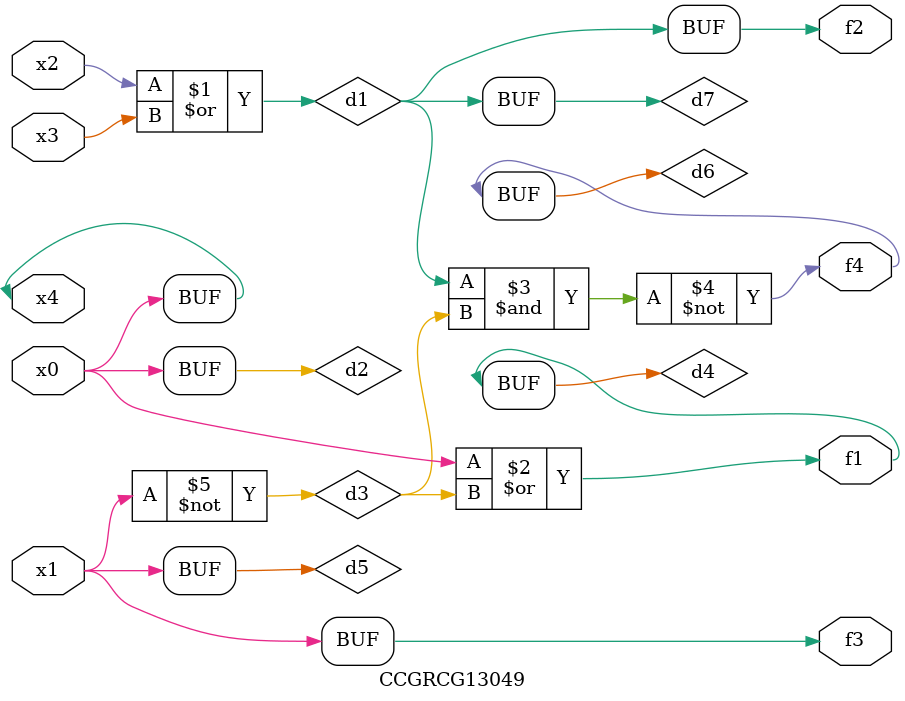
<source format=v>
module CCGRCG13049(
	input x0, x1, x2, x3, x4,
	output f1, f2, f3, f4
);

	wire d1, d2, d3, d4, d5, d6, d7;

	or (d1, x2, x3);
	buf (d2, x0, x4);
	not (d3, x1);
	or (d4, d2, d3);
	not (d5, d3);
	nand (d6, d1, d3);
	or (d7, d1);
	assign f1 = d4;
	assign f2 = d7;
	assign f3 = d5;
	assign f4 = d6;
endmodule

</source>
